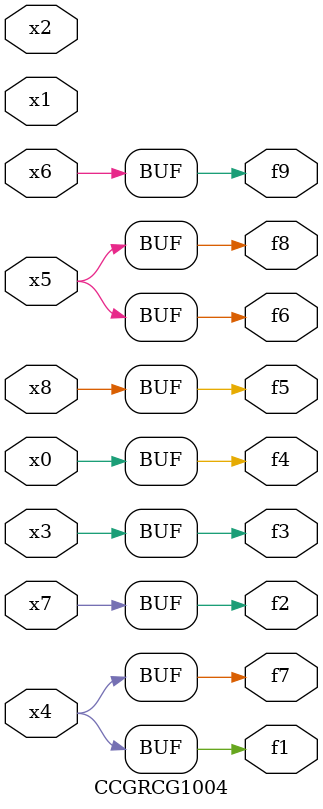
<source format=v>
module CCGRCG1004(
	input x0, x1, x2, x3, x4, x5, x6, x7, x8,
	output f1, f2, f3, f4, f5, f6, f7, f8, f9
);
	assign f1 = x4;
	assign f2 = x7;
	assign f3 = x3;
	assign f4 = x0;
	assign f5 = x8;
	assign f6 = x5;
	assign f7 = x4;
	assign f8 = x5;
	assign f9 = x6;
endmodule

</source>
